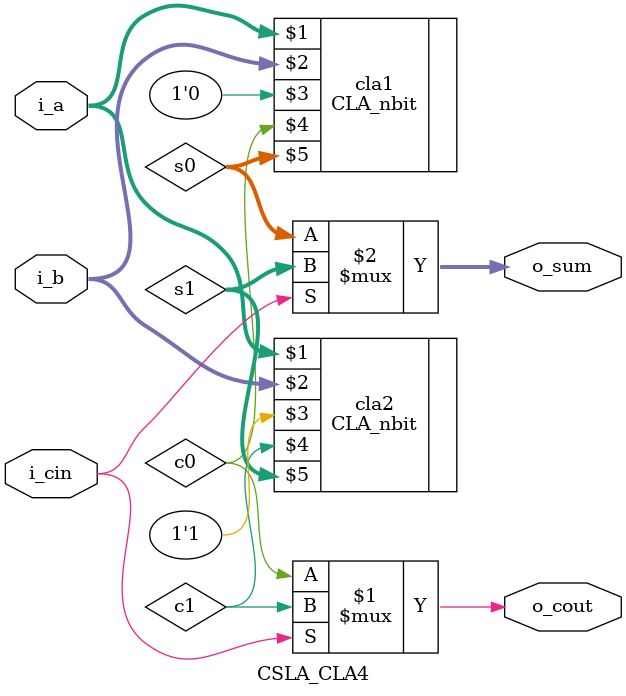
<source format=v>

module adder_csla_cla(i_a, i_b, i_carry, o_carry, o_summ);
  parameter WIDTH = 32;
  input [WIDTH-1:0] i_a, i_b;
  input i_carry;
  output [WIDTH-1:0] o_summ;
  output o_carry;
  wire [6:0] carry;
  
    four_bit_RCA inst0(i_a[3:0], i_b[3:0], i_carry, carry[0], o_summ[3:0]);
    CSLA_CLA4 inst1(i_a[7:4], i_b[7:4], carry[0], carry[1], o_summ[7:4]);
    CSLA_CLA4 inst2(i_a[11:8], i_b[11:8], carry[1], carry[2], o_summ[11:8]);
    CSLA_CLA4 inst3(i_a[15:12], i_b[15:12], carry[2], carry[3], o_summ[15:12]);
    CSLA_CLA4 inst4(i_a[19:16], i_b[19:16], carry[3], carry[4], o_summ[19:16]);
    CSLA_CLA4 inst5(i_a[23:20], i_b[23:20], carry[4], carry[5], o_summ[23:20]);
    CSLA_CLA4 inst6(i_a[27:24], i_b[27:24], carry[5], carry[6], o_summ[27:24]);
    CSLA_CLA4 inst7(i_a[31:28], i_b[31:28], carry[6], o_carry, o_summ[31:28]);
endmodule

module adder_csla_rca(i_a, i_b, i_carry, o_carry, o_summ);
  parameter WIDTH = 32;
  input [WIDTH-1:0] i_a, i_b;
  input i_carry;
  output [WIDTH-1:0] o_summ;
  output o_carry;
  wire [6:0] carry;
  
    four_bit_RCA inst0(i_a[3:0], i_b[3:0], i_carry, carry[0], o_summ[3:0]);
    CSLA_RCA4 inst1(i_a[7:4], i_b[7:4], carry[0], carry[1], o_summ[7:4]);
    CSLA_RCA4 inst2(i_a[11:8], i_b[11:8], carry[1], carry[2], o_summ[11:8]);
    CSLA_RCA4 inst3(i_a[15:12], i_b[15:12], carry[2], carry[3], o_summ[15:12]);
    CSLA_RCA4 inst4(i_a[19:16], i_b[19:16], carry[3], carry[4], o_summ[19:16]);
    CSLA_RCA4 inst5(i_a[23:20], i_b[23:20], carry[4], carry[5], o_summ[23:20]);
    CSLA_RCA4 inst6(i_a[27:24], i_b[27:24], carry[5], carry[6], o_summ[27:24]);
    CSLA_RCA4 inst7(i_a[31:28], i_b[31:28], carry[6], o_carry, o_summ[31:28]);
endmodule

module CSLA_RCA4(i_a, i_b, i_cin, o_cout, o_sum);
    input [3:0] i_a, i_b;
    input i_cin;
    output [3:0] o_sum;
    output o_cout;
    wire [3:0] s0,s1;
    wire c0,c1;

    four_bit_RCA rca1(i_a, i_b, 1'b0, c0, s0);
    four_bit_RCA rca2(i_a, i_b, 1'b1, c1, s1);   
    assign o_cout = i_cin ? c1 : c0;
    assign o_sum = i_cin ? s1 : s0;
endmodule

module CSLA_CLA4(i_a, i_b, i_cin, o_cout, o_sum);
    input [3:0] i_a, i_b;
    input i_cin;
    output [3:0] o_sum;
    output o_cout;
    wire [3:0] s0,s1;
    wire c0,c1;
    //module CLA_nbit(i_a, i_b, i_carry, o_carry, o_summ);
    CLA_nbit #(4) cla1(i_a, i_b, 1'b0, c0, s0);
    CLA_nbit #(4) cla2(i_a, i_b, 1'b1, c1, s1);  
    assign o_cout = i_cin ? c1 : c0;
    assign o_sum = i_cin ? s1 : s0;
endmodule

</source>
